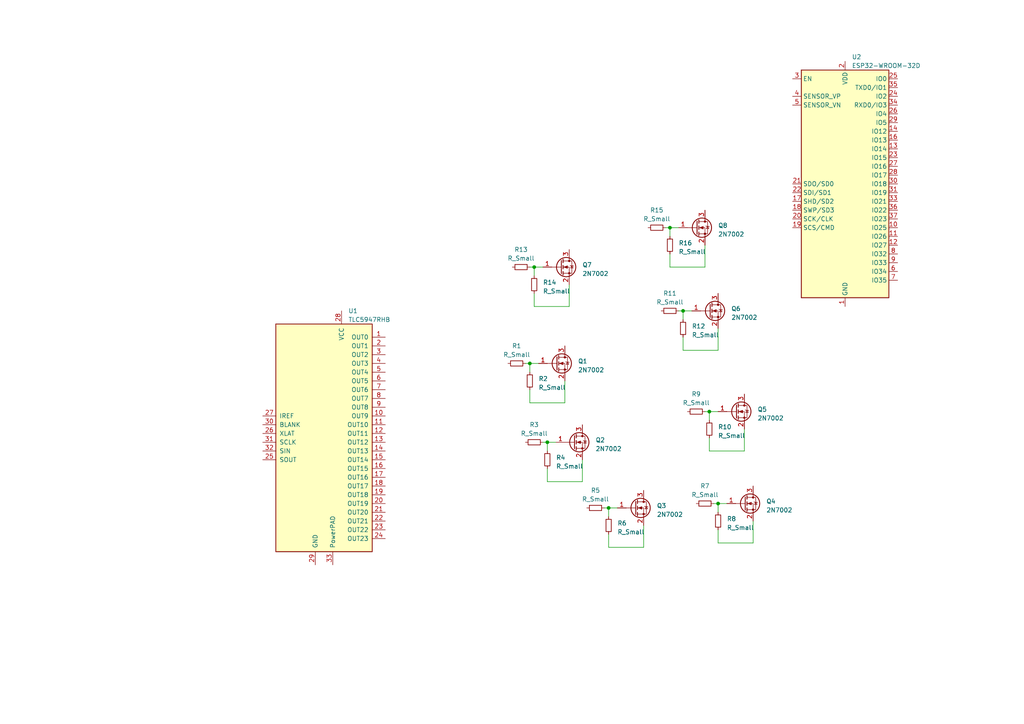
<source format=kicad_sch>
(kicad_sch (version 20230121) (generator eeschema)
  (paper "A4")
  (lib_symbols
    (symbol "Device:R_Small" (pin_numbers hide) (pin_names (offset 0.254) hide)
      (property "Reference" "R" (at 0.762 0.508 0))
      (property "Value" "R_Small" (at 0.762 -1.016 0))
      (symbol "R_Small_0_1"
        (rectangle (start -0.762 1.778) (end 0.762 -1.778) (stroke (width 0.2032)))
      )
      (symbol "R_Small_1_1"
        (pin passive line (at 0 2.54 270) (length 0.762) (name "~") (number "1"))
        (pin passive line (at 0 -2.54 90) (length 0.762) (name "~") (number "2"))
      )
    )
    (symbol "Driver_LED:TLC5947RHB" (pin_names (offset 1.016))
      (property "Reference" "U" (at -13.97 38.1 0))
      (property "Value" "TLC5947RHB" (at -13.97 35.56 0))
      (symbol "TLC5947RHB_0_1"
        (rectangle (start -13.97 34.29) (end 13.97 -31.75) (stroke (width 0.254)) (fill (type background)))
        (pin output line (at 17.78 30.48 180) (length 3.81) (name "OUT0") (number "1"))
        (pin output line (at 17.78 7.62 180) (length 3.81) (name "OUT9") (number "10"))
        (pin output line (at 17.78 5.08 180) (length 3.81) (name "OUT10") (number "11"))
        (pin output line (at 17.78 2.54 180) (length 3.81) (name "OUT11") (number "12"))
        (pin output line (at 17.78 0 180) (length 3.81) (name "OUT12") (number "13"))
        (pin output line (at 17.78 -2.54 180) (length 3.81) (name "OUT13") (number "14"))
        (pin output line (at 17.78 -5.08 180) (length 3.81) (name "OUT14") (number "15"))
        (pin output line (at 17.78 -7.62 180) (length 3.81) (name "OUT15") (number "16"))
        (pin output line (at 17.78 -10.16 180) (length 3.81) (name "OUT16") (number "17"))
        (pin output line (at 17.78 -12.7 180) (length 3.81) (name "OUT17") (number "18"))
        (pin output line (at 17.78 -15.24 180) (length 3.81) (name "OUT18") (number "19"))
        (pin output line (at 17.78 27.94 180) (length 3.81) (name "OUT1") (number "2"))
        (pin output line (at 17.78 -17.78 180) (length 3.81) (name "OUT19") (number "20"))
        (pin output line (at 17.78 -20.32 180) (length 3.81) (name "OUT20") (number "21"))
        (pin output line (at 17.78 -22.86 180) (length 3.81) (name "OUT21") (number "22"))
        (pin output line (at 17.78 -25.4 180) (length 3.81) (name "OUT22") (number "23"))
        (pin output line (at 17.78 -27.94 180) (length 3.81) (name "OUT23") (number "24"))
        (pin output line (at -17.78 -5.08 0) (length 3.81) (name "SOUT") (number "25"))
        (pin input line (at -17.78 2.54 0) (length 3.81) (name "XLAT") (number "26"))
        (pin input line (at -17.78 7.62 0) (length 3.81) (name "IREF") (number "27"))
        (pin power_in line (at 5.08 38.1 270) (length 3.81) (name "VCC") (number "28"))
        (pin power_in line (at -2.54 -35.56 90) (length 3.81) (name "GND") (number "29"))
        (pin output line (at 17.78 25.4 180) (length 3.81) (name "OUT2") (number "3"))
        (pin input line (at -17.78 5.08 0) (length 3.81) (name "BLANK") (number "30"))
        (pin input line (at -17.78 0 0) (length 3.81) (name "SCLK") (number "31"))
        (pin input line (at -17.78 -2.54 0) (length 3.81) (name "SIN") (number "32"))
        (pin power_in line (at 2.54 -35.56 90) (length 3.81) (name "PowerPAD") (number "33"))
        (pin output line (at 17.78 22.86 180) (length 3.81) (name "OUT3") (number "4"))
        (pin output line (at 17.78 20.32 180) (length 3.81) (name "OUT4") (number "5"))
        (pin output line (at 17.78 17.78 180) (length 3.81) (name "OUT5") (number "6"))
        (pin output line (at 17.78 15.24 180) (length 3.81) (name "OUT6") (number "7"))
        (pin output line (at 17.78 12.7 180) (length 3.81) (name "OUT7") (number "8"))
        (pin output line (at 17.78 10.16 180) (length 3.81) (name "OUT8") (number "9"))
      )
    )
    (symbol "RF_Module:ESP32-WROOM-32D"
      (property "Reference" "U" (at -12.7 34.29 0))
      (property "Value" "ESP32-WROOM-32D" (at 1.27 34.29 0))
      (symbol "ESP32-WROOM-32D_0_1"
        (rectangle (start -12.7 33.02) (end 12.7 -33.02) (stroke (width 0.254)) (fill (type background)))
      )
      (symbol "ESP32-WROOM-32D_1_1"
        (pin power_in line (at 0 -35.56 90) (length 2.54) (name "GND") (number "1"))
        (pin bidirectional line (at 15.24 -12.7 180) (length 2.54) (name "IO25") (number "10"))
        (pin bidirectional line (at 15.24 -15.24 180) (length 2.54) (name "IO26") (number "11"))
        (pin bidirectional line (at 15.24 -17.78 180) (length 2.54) (name "IO27") (number "12"))
        (pin bidirectional line (at 15.24 10.16 180) (length 2.54) (name "IO14") (number "13"))
        (pin bidirectional line (at 15.24 15.24 180) (length 2.54) (name "IO12") (number "14"))
        (pin passive line (at 0 -35.56 90) (length 2.54) hide (name "GND") (number "15"))
        (pin bidirectional line (at 15.24 12.7 180) (length 2.54) (name "IO13") (number "16"))
        (pin bidirectional line (at -15.24 -5.08 0) (length 2.54) (name "SHD/SD2") (number "17"))
        (pin bidirectional line (at -15.24 -7.62 0) (length 2.54) (name "SWP/SD3") (number "18"))
        (pin bidirectional line (at -15.24 -12.7 0) (length 2.54) (name "SCS/CMD") (number "19"))
        (pin power_in line (at 0 35.56 270) (length 2.54) (name "VDD") (number "2"))
        (pin bidirectional line (at -15.24 -10.16 0) (length 2.54) (name "SCK/CLK") (number "20"))
        (pin bidirectional line (at -15.24 0 0) (length 2.54) (name "SDO/SD0") (number "21"))
        (pin bidirectional line (at -15.24 -2.54 0) (length 2.54) (name "SDI/SD1") (number "22"))
        (pin bidirectional line (at 15.24 7.62 180) (length 2.54) (name "IO15") (number "23"))
        (pin bidirectional line (at 15.24 25.4 180) (length 2.54) (name "IO2") (number "24"))
        (pin bidirectional line (at 15.24 30.48 180) (length 2.54) (name "IO0") (number "25"))
        (pin bidirectional line (at 15.24 20.32 180) (length 2.54) (name "IO4") (number "26"))
        (pin bidirectional line (at 15.24 5.08 180) (length 2.54) (name "IO16") (number "27"))
        (pin bidirectional line (at 15.24 2.54 180) (length 2.54) (name "IO17") (number "28"))
        (pin bidirectional line (at 15.24 17.78 180) (length 2.54) (name "IO5") (number "29"))
        (pin input line (at -15.24 30.48 0) (length 2.54) (name "EN") (number "3"))
        (pin bidirectional line (at 15.24 0 180) (length 2.54) (name "IO18") (number "30"))
        (pin bidirectional line (at 15.24 -2.54 180) (length 2.54) (name "IO19") (number "31"))
        (pin no_connect line (at -12.7 -27.94 0) (length 2.54) hide (name "NC") (number "32"))
        (pin bidirectional line (at 15.24 -5.08 180) (length 2.54) (name "IO21") (number "33"))
        (pin bidirectional line (at 15.24 22.86 180) (length 2.54) (name "RXD0/IO3") (number "34"))
        (pin bidirectional line (at 15.24 27.94 180) (length 2.54) (name "TXD0/IO1") (number "35"))
        (pin bidirectional line (at 15.24 -7.62 180) (length 2.54) (name "IO22") (number "36"))
        (pin bidirectional line (at 15.24 -10.16 180) (length 2.54) (name "IO23") (number "37"))
        (pin passive line (at 0 -35.56 90) (length 2.54) hide (name "GND") (number "38"))
        (pin passive line (at 0 -35.56 90) (length 2.54) hide (name "GND") (number "39"))
        (pin input line (at -15.24 25.4 0) (length 2.54) (name "SENSOR_VP") (number "4"))
        (pin input line (at -15.24 22.86 0) (length 2.54) (name "SENSOR_VN") (number "5"))
        (pin input line (at 15.24 -25.4 180) (length 2.54) (name "IO34") (number "6"))
        (pin input line (at 15.24 -27.94 180) (length 2.54) (name "IO35") (number "7"))
        (pin bidirectional line (at 15.24 -20.32 180) (length 2.54) (name "IO32") (number "8"))
        (pin bidirectional line (at 15.24 -22.86 180) (length 2.54) (name "IO33") (number "9"))
      )
    )
    (symbol "Transistor_FET:2N7002" (pin_names hide)
      (property "Reference" "Q" (at 5.08 1.905 0))
      (property "Value" "2N7002" (at 5.08 0 0))
      (symbol "2N7002_0_1"
        (polyline (pts (xy 0.254 0) (xy -2.54 0)))
        (polyline (pts (xy 0.254 1.905) (xy 0.254 -1.905)) (stroke (width 0.254)))
        (polyline (pts (xy 0.762 -1.27) (xy 0.762 -2.286)) (stroke (width 0.254)))
        (polyline (pts (xy 0.762 0.508) (xy 0.762 -0.508)) (stroke (width 0.254)))
        (polyline (pts (xy 0.762 2.286) (xy 0.762 1.27)) (stroke (width 0.254)))
        (polyline (pts (xy 2.54 2.54) (xy 2.54 1.778)))
        (polyline (pts (xy 2.54 -2.54) (xy 2.54 0) (xy 0.762 0)))
        (polyline (pts (xy 0.762 -1.778) (xy 3.302 -1.778) (xy 3.302 1.778) (xy 0.762 1.778)))
        (polyline (pts (xy 1.016 0) (xy 2.032 0.381) (xy 2.032 -0.381) (xy 1.016 0)) (fill (type outline)))
        (polyline (pts (xy 2.794 0.508) (xy 2.921 0.381) (xy 3.683 0.381) (xy 3.81 0.254)))
        (polyline (pts (xy 3.302 0.381) (xy 2.921 -0.254) (xy 3.683 -0.254) (xy 3.302 0.381)))
        (circle (center 1.651 0) (radius 2.794) (stroke (width 0.254)))
        (circle (center 2.54 -1.778) (radius 0.254) (fill (type outline)))
        (circle (center 2.54 1.778) (radius 0.254) (fill (type outline)))
      )
      (symbol "2N7002_1_1"
        (pin input line (at -5.08 0 0) (length 2.54) (name "G") (number "1"))
        (pin passive line (at 2.54 -5.08 90) (length 2.54) (name "S") (number "2"))
        (pin passive line (at 2.54 5.08 270) (length 2.54) (name "D") (number "3"))
      )
    )
  )
  (junction (at 158.75 128.27))
  (junction (at 205.74 119.38))
  (junction (at 194.31 66.04))
  (junction (at 198.12 90.17))
  (junction (at 154.94 77.47))
  (junction (at 153.67 105.41))
  (junction (at 176.53 147.32))
  (junction (at 208.28 146.05))
  (wire (pts (xy 153.67 116.84) (xy 163.83 116.84)))
  (wire (pts (xy 208.28 146.05) (xy 210.82 146.05)))
  (wire (pts (xy 204.47 119.38) (xy 205.74 119.38)))
  (wire (pts (xy 153.67 113.03) (xy 153.67 116.84)))
  (wire (pts (xy 204.47 77.47) (xy 204.47 71.12)))
  (wire (pts (xy 208.28 148.59) (xy 208.28 146.05)))
  (wire (pts (xy 194.31 66.04) (xy 196.85 66.04)))
  (wire (pts (xy 154.94 80.01) (xy 154.94 77.47)))
  (wire (pts (xy 218.44 157.48) (xy 218.44 151.13)))
  (wire (pts (xy 157.48 128.27) (xy 158.75 128.27)))
  (wire (pts (xy 168.91 139.7) (xy 168.91 133.35)))
  (wire (pts (xy 176.53 154.94) (xy 176.53 158.75)))
  (wire (pts (xy 198.12 97.79) (xy 198.12 101.6)))
  (wire (pts (xy 153.67 107.95) (xy 153.67 105.41)))
  (wire (pts (xy 205.74 121.92) (xy 205.74 119.38)))
  (wire (pts (xy 198.12 90.17) (xy 200.66 90.17)))
  (wire (pts (xy 153.67 105.41) (xy 156.21 105.41)))
  (wire (pts (xy 158.75 130.81) (xy 158.75 128.27)))
  (wire (pts (xy 175.26 147.32) (xy 176.53 147.32)))
  (wire (pts (xy 158.75 135.89) (xy 158.75 139.7)))
  (wire (pts (xy 196.85 90.17) (xy 198.12 90.17)))
  (wire (pts (xy 186.69 158.75) (xy 186.69 152.4)))
  (wire (pts (xy 193.04 66.04) (xy 194.31 66.04)))
  (wire (pts (xy 154.94 77.47) (xy 157.48 77.47)))
  (wire (pts (xy 198.12 101.6) (xy 208.28 101.6)))
  (wire (pts (xy 165.1 88.9) (xy 165.1 82.55)))
  (wire (pts (xy 194.31 68.58) (xy 194.31 66.04)))
  (wire (pts (xy 176.53 147.32) (xy 179.07 147.32)))
  (wire (pts (xy 208.28 153.67) (xy 208.28 157.48)))
  (wire (pts (xy 154.94 88.9) (xy 165.1 88.9)))
  (wire (pts (xy 152.4 105.41) (xy 153.67 105.41)))
  (wire (pts (xy 215.9 130.81) (xy 215.9 124.46)))
  (wire (pts (xy 194.31 77.47) (xy 204.47 77.47)))
  (wire (pts (xy 205.74 127) (xy 205.74 130.81)))
  (wire (pts (xy 154.94 85.09) (xy 154.94 88.9)))
  (wire (pts (xy 198.12 92.71) (xy 198.12 90.17)))
  (wire (pts (xy 208.28 157.48) (xy 218.44 157.48)))
  (wire (pts (xy 194.31 73.66) (xy 194.31 77.47)))
  (wire (pts (xy 158.75 128.27) (xy 161.29 128.27)))
  (wire (pts (xy 208.28 101.6) (xy 208.28 95.25)))
  (wire (pts (xy 205.74 119.38) (xy 208.28 119.38)))
  (wire (pts (xy 163.83 116.84) (xy 163.83 110.49)))
  (wire (pts (xy 158.75 139.7) (xy 168.91 139.7)))
  (wire (pts (xy 176.53 158.75) (xy 186.69 158.75)))
  (wire (pts (xy 205.74 130.81) (xy 215.9 130.81)))
  (wire (pts (xy 207.01 146.05) (xy 208.28 146.05)))
  (wire (pts (xy 153.67 77.47) (xy 154.94 77.47)))
  (wire (pts (xy 176.53 149.86) (xy 176.53 147.32)))
  (symbol (lib_id "Transistor_FET:2N7002") (at 161.29 105.41 0) (unit 1)
    (property "Reference" "Q1" (at 167.64 104.775 0) (effects (justify left)))
    (property "Value" "2N7002" (at 167.64 107.315 0) (effects (justify left)))
    (property "Footprint" "Package_TO_SOT_SMD:SOT-23" (effects hide))
    (property "Datasheet" "https://www.onsemi.com/pub/Collateral/NDS7002A-D.PDF" (effects hide))
  )
  (symbol (lib_id "Device:R_Small") (at 208.28 151.13 180) (unit 1)
    (property "Reference" "R8" (at 210.82 150.495 0) (effects (justify right)))
    (property "Value" "R_Small" (at 210.82 153.035 0) (effects (justify right)))
    (property "Footprint" "Resistor_SMD:R_0805_2012Metric" (effects hide))
  )
  (symbol (lib_id "Device:R_Small") (at 172.72 147.32 90) (unit 1)
    (property "Reference" "R5" (at 172.72 142.24 90))
    (property "Value" "R_Small" (at 172.72 144.78 90))
    (property "Footprint" "Resistor_SMD:R_0805_2012Metric" (effects hide))
  )
  (symbol (lib_id "Device:R_Small") (at 153.67 110.49 180) (unit 1)
    (property "Reference" "R2" (at 156.21 109.855 0) (effects (justify right)))
    (property "Value" "R_Small" (at 156.21 112.395 0) (effects (justify right)))
    (property "Footprint" "Resistor_SMD:R_0805_2012Metric" (effects hide))
  )
  (symbol (lib_id "Transistor_FET:2N7002") (at 184.15 147.32 0) (unit 1)
    (property "Reference" "Q3" (at 190.5 146.685 0) (effects (justify left)))
    (property "Value" "2N7002" (at 190.5 149.225 0) (effects (justify left)))
    (property "Footprint" "Package_TO_SOT_SMD:SOT-23" (effects hide))
    (property "Datasheet" "https://www.onsemi.com/pub/Collateral/NDS7002A-D.PDF" (effects hide))
  )
  (symbol (lib_id "Transistor_FET:2N7002") (at 201.93 66.04 0) (unit 1)
    (property "Reference" "Q8" (at 208.28 65.405 0) (effects (justify left)))
    (property "Value" "2N7002" (at 208.28 67.945 0) (effects (justify left)))
    (property "Footprint" "Package_TO_SOT_SMD:SOT-23" (effects hide))
    (property "Datasheet" "https://www.onsemi.com/pub/Collateral/NDS7002A-D.PDF" (effects hide))
  )
  (symbol (lib_id "Device:R_Small") (at 194.31 71.12 180) (unit 1)
    (property "Reference" "R16" (at 196.85 70.485 0) (effects (justify right)))
    (property "Value" "R_Small" (at 196.85 73.025 0) (effects (justify right)))
    (property "Footprint" "Resistor_SMD:R_0805_2012Metric" (effects hide))
  )
  (symbol (lib_id "Device:R_Small") (at 205.74 124.46 180) (unit 1)
    (property "Reference" "R10" (at 208.28 123.825 0) (effects (justify right)))
    (property "Value" "R_Small" (at 208.28 126.365 0) (effects (justify right)))
    (property "Footprint" "Resistor_SMD:R_0805_2012Metric" (effects hide))
  )
  (symbol (lib_id "Transistor_FET:2N7002") (at 162.56 77.47 0) (unit 1)
    (property "Reference" "Q7" (at 168.91 76.835 0) (effects (justify left)))
    (property "Value" "2N7002" (at 168.91 79.375 0) (effects (justify left)))
    (property "Footprint" "Package_TO_SOT_SMD:SOT-23" (effects hide))
    (property "Datasheet" "https://www.onsemi.com/pub/Collateral/NDS7002A-D.PDF" (effects hide))
  )
  (symbol (lib_id "RF_Module:ESP32-WROOM-32D") (at 245.11 53.34 0) (unit 1)
    (property "Reference" "U2" (at 247.0659 16.51 0) (effects (justify left)))
    (property "Value" "ESP32-WROOM-32D" (at 247.0659 19.05 0) (effects (justify left)))
    (property "Footprint" "RF_Module:ESP32-WROOM-32D" (effects hide))
    (property "Datasheet" "https://www.espressif.com/sites/default/files/documentation/esp32-wroom-32d_esp32-wroom-32u_datasheet_en.pdf" (effects hide))
  )
  (symbol (lib_id "Driver_LED:TLC5947RHB") (at 93.98 128.27 0) (unit 1)
    (property "Reference" "U1" (at 101.0159 90.17 0) (effects (justify left)))
    (property "Value" "TLC5947RHB" (at 101.0159 92.71 0) (effects (justify left)))
    (property "Footprint" "Package_DFN_QFN:QFN-32-1EP_5x5mm_P0.5mm_EP3.45x3.45mm" (effects hide))
    (property "Datasheet" "http://www.ti.com/lit/ds/symlink/tlc5947.pdf" (effects hide))
  )
  (symbol (lib_id "Device:R_Small") (at 151.13 77.47 90) (unit 1)
    (property "Reference" "R13" (at 151.13 72.39 90))
    (property "Value" "R_Small" (at 151.13 74.93 90))
    (property "Footprint" "Resistor_SMD:R_0805_2012Metric" (effects hide))
  )
  (symbol (lib_id "Device:R_Small") (at 194.31 90.17 90) (unit 1)
    (property "Reference" "R11" (at 194.31 85.09 90))
    (property "Value" "R_Small" (at 194.31 87.63 90))
    (property "Footprint" "Resistor_SMD:R_0805_2012Metric" (effects hide))
  )
  (symbol (lib_id "Device:R_Small") (at 154.94 128.27 90) (unit 1)
    (property "Reference" "R3" (at 154.94 123.19 90))
    (property "Value" "R_Small" (at 154.94 125.73 90))
    (property "Footprint" "Resistor_SMD:R_0805_2012Metric" (effects hide))
  )
  (symbol (lib_id "Device:R_Small") (at 154.94 82.55 180) (unit 1)
    (property "Reference" "R14" (at 157.48 81.915 0) (effects (justify right)))
    (property "Value" "R_Small" (at 157.48 84.455 0) (effects (justify right)))
    (property "Footprint" "Resistor_SMD:R_0805_2012Metric" (effects hide))
  )
  (symbol (lib_id "Device:R_Small") (at 158.75 133.35 180) (unit 1)
    (property "Reference" "R4" (at 161.29 132.715 0) (effects (justify right)))
    (property "Value" "R_Small" (at 161.29 135.255 0) (effects (justify right)))
    (property "Footprint" "Resistor_SMD:R_0805_2012Metric" (effects hide))
  )
  (symbol (lib_id "Transistor_FET:2N7002") (at 205.74 90.17 0) (unit 1)
    (property "Reference" "Q6" (at 212.09 89.535 0) (effects (justify left)))
    (property "Value" "2N7002" (at 212.09 92.075 0) (effects (justify left)))
    (property "Footprint" "Package_TO_SOT_SMD:SOT-23" (effects hide))
    (property "Datasheet" "https://www.onsemi.com/pub/Collateral/NDS7002A-D.PDF" (effects hide))
  )
  (symbol (lib_id "Transistor_FET:2N7002") (at 166.37 128.27 0) (unit 1)
    (property "Reference" "Q2" (at 172.72 127.635 0) (effects (justify left)))
    (property "Value" "2N7002" (at 172.72 130.175 0) (effects (justify left)))
    (property "Footprint" "Package_TO_SOT_SMD:SOT-23" (effects hide))
    (property "Datasheet" "https://www.onsemi.com/pub/Collateral/NDS7002A-D.PDF" (effects hide))
  )
  (symbol (lib_id "Device:R_Small") (at 190.5 66.04 90) (unit 1)
    (property "Reference" "R15" (at 190.5 60.96 90))
    (property "Value" "R_Small" (at 190.5 63.5 90))
    (property "Footprint" "Resistor_SMD:R_0805_2012Metric" (effects hide))
  )
  (symbol (lib_id "Transistor_FET:2N7002") (at 215.9 146.05 0) (unit 1)
    (property "Reference" "Q4" (at 222.25 145.415 0) (effects (justify left)))
    (property "Value" "2N7002" (at 222.25 147.955 0) (effects (justify left)))
    (property "Footprint" "Package_TO_SOT_SMD:SOT-23" (effects hide))
    (property "Datasheet" "https://www.onsemi.com/pub/Collateral/NDS7002A-D.PDF" (effects hide))
  )
  (symbol (lib_id "Device:R_Small") (at 198.12 95.25 180) (unit 1)
    (property "Reference" "R12" (at 200.66 94.615 0) (effects (justify right)))
    (property "Value" "R_Small" (at 200.66 97.155 0) (effects (justify right)))
    (property "Footprint" "Resistor_SMD:R_0805_2012Metric" (effects hide))
  )
  (symbol (lib_id "Transistor_FET:2N7002") (at 213.36 119.38 0) (unit 1)
    (property "Reference" "Q5" (at 219.71 118.745 0) (effects (justify left)))
    (property "Value" "2N7002" (at 219.71 121.285 0) (effects (justify left)))
    (property "Footprint" "Package_TO_SOT_SMD:SOT-23" (effects hide))
    (property "Datasheet" "https://www.onsemi.com/pub/Collateral/NDS7002A-D.PDF" (effects hide))
  )
  (symbol (lib_id "Device:R_Small") (at 204.47 146.05 90) (unit 1)
    (property "Reference" "R7" (at 204.47 140.97 90))
    (property "Value" "R_Small" (at 204.47 143.51 90))
    (property "Footprint" "Resistor_SMD:R_0805_2012Metric" (effects hide))
  )
  (symbol (lib_id "Device:R_Small") (at 149.86 105.41 90) (unit 1)
    (property "Reference" "R1" (at 149.86 100.33 90))
    (property "Value" "R_Small" (at 149.86 102.87 90))
    (property "Footprint" "Resistor_SMD:R_0805_2012Metric" (effects hide))
  )
  (symbol (lib_id "Device:R_Small") (at 201.93 119.38 90) (unit 1)
    (property "Reference" "R9" (at 201.93 114.3 90))
    (property "Value" "R_Small" (at 201.93 116.84 90))
    (property "Footprint" "Resistor_SMD:R_0805_2012Metric" (effects hide))
  )
  (symbol (lib_id "Device:R_Small") (at 176.53 152.4 180) (unit 1)
    (property "Reference" "R6" (at 179.07 151.765 0) (effects (justify right)))
    (property "Value" "R_Small" (at 179.07 154.305 0) (effects (justify right)))
    (property "Footprint" "Resistor_SMD:R_0805_2012Metric" (effects hide))
  )
)
</source>
